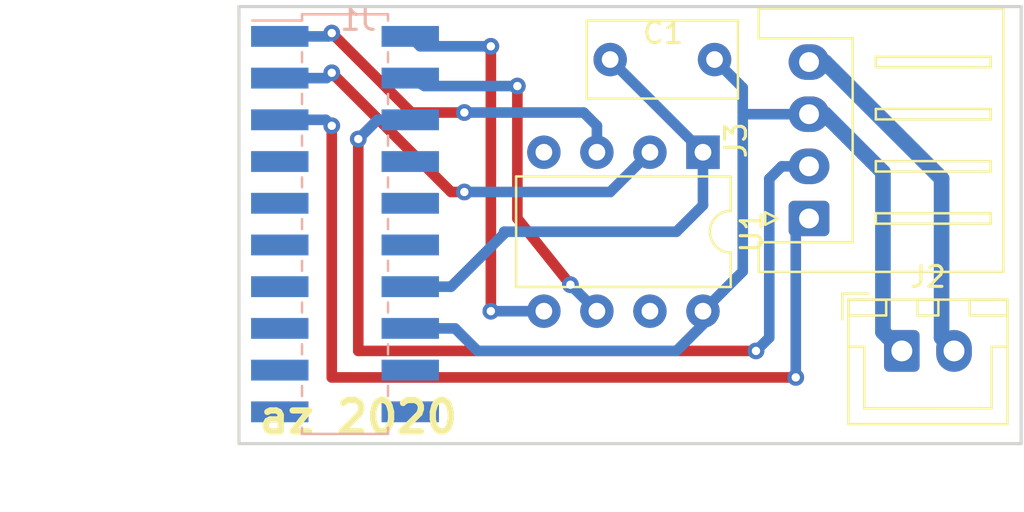
<source format=kicad_pcb>
(kicad_pcb (version 20171130) (host pcbnew 5.0.2+dfsg1-1)

  (general
    (thickness 1.6)
    (drawings 7)
    (tracks 77)
    (zones 0)
    (modules 5)
    (nets 24)
  )

  (page A4)
  (layers
    (0 F.Cu signal)
    (31 B.Cu signal)
    (32 B.Adhes user hide)
    (33 F.Adhes user hide)
    (34 B.Paste user hide)
    (35 F.Paste user hide)
    (36 B.SilkS user)
    (37 F.SilkS user)
    (38 B.Mask user)
    (39 F.Mask user)
    (40 Dwgs.User user)
    (41 Cmts.User user)
    (42 Eco1.User user)
    (43 Eco2.User user)
    (44 Edge.Cuts user)
    (45 Margin user)
    (46 B.CrtYd user)
    (47 F.CrtYd user)
    (48 B.Fab user)
    (49 F.Fab user)
  )

  (setup
    (last_trace_width 0.25)
    (user_trace_width 0.254)
    (user_trace_width 0.508)
    (user_trace_width 0.75)
    (user_trace_width 1)
    (user_trace_width 1.25)
    (user_trace_width 1.5)
    (trace_clearance 0.2)
    (zone_clearance 0.508)
    (zone_45_only no)
    (trace_min 0.2)
    (segment_width 0.2)
    (edge_width 0.15)
    (via_size 0.8)
    (via_drill 0.4)
    (via_min_size 0.4)
    (via_min_drill 0.3)
    (uvia_size 0.3)
    (uvia_drill 0.1)
    (uvias_allowed no)
    (uvia_min_size 0.2)
    (uvia_min_drill 0.1)
    (pcb_text_width 0.3)
    (pcb_text_size 1.5 1.5)
    (mod_edge_width 0.15)
    (mod_text_size 1 1)
    (mod_text_width 0.15)
    (pad_size 1.524 1.524)
    (pad_drill 0.762)
    (pad_to_mask_clearance 0.051)
    (solder_mask_min_width 0.25)
    (aux_axis_origin 0 0)
    (visible_elements FFFFFF7F)
    (pcbplotparams
      (layerselection 0x010f0_ffffffff)
      (usegerberextensions false)
      (usegerberattributes false)
      (usegerberadvancedattributes false)
      (creategerberjobfile false)
      (excludeedgelayer true)
      (linewidth 0.100000)
      (plotframeref false)
      (viasonmask false)
      (mode 1)
      (useauxorigin false)
      (hpglpennumber 1)
      (hpglpenspeed 20)
      (hpglpendiameter 15.000000)
      (psnegative false)
      (psa4output false)
      (plotreference true)
      (plotvalue true)
      (plotinvisibletext false)
      (padsonsilk false)
      (subtractmaskfromsilk false)
      (outputformat 1)
      (mirror false)
      (drillshape 0)
      (scaleselection 1)
      (outputdirectory "./gerber/"))
  )

  (net 0 "")
  (net 1 +3V3)
  (net 2 ss)
  (net 3 miso)
  (net 4 mosi)
  (net 5 ck)
  (net 6 "Net-(U1-Pad7)")
  (net 7 "Net-(U1-Pad4)")
  (net 8 GND)
  (net 9 txd)
  (net 10 rxd)
  (net 11 "Net-(J1-Pad7)")
  (net 12 "Net-(J1-Pad8)")
  (net 13 "Net-(J1-Pad9)")
  (net 14 "Net-(J1-Pad10)")
  (net 15 "Net-(J1-Pad11)")
  (net 16 "Net-(J1-Pad12)")
  (net 17 "Net-(J1-Pad13)")
  (net 18 "Net-(J1-Pad15)")
  (net 19 "Net-(J1-Pad17)")
  (net 20 "Net-(J1-Pad18)")
  (net 21 "Net-(J1-Pad19)")
  (net 22 "Net-(J1-Pad20)")
  (net 23 +5V)

  (net_class Default "This is the default net class."
    (clearance 0.2)
    (trace_width 0.25)
    (via_dia 0.8)
    (via_drill 0.4)
    (uvia_dia 0.3)
    (uvia_drill 0.1)
    (add_net +3V3)
    (add_net +5V)
    (add_net GND)
    (add_net "Net-(J1-Pad10)")
    (add_net "Net-(J1-Pad11)")
    (add_net "Net-(J1-Pad12)")
    (add_net "Net-(J1-Pad13)")
    (add_net "Net-(J1-Pad15)")
    (add_net "Net-(J1-Pad17)")
    (add_net "Net-(J1-Pad18)")
    (add_net "Net-(J1-Pad19)")
    (add_net "Net-(J1-Pad20)")
    (add_net "Net-(J1-Pad7)")
    (add_net "Net-(J1-Pad8)")
    (add_net "Net-(J1-Pad9)")
    (add_net "Net-(U1-Pad4)")
    (add_net "Net-(U1-Pad7)")
    (add_net ck)
    (add_net miso)
    (add_net mosi)
    (add_net rxd)
    (add_net ss)
    (add_net txd)
  )

  (module Connector_JST:JST_XH_S04B-XH-A_1x04_P2.50mm_Horizontal (layer F.Cu) (tedit 5B775209) (tstamp 5F3CCF98)
    (at 151.765 93.98 90)
    (descr "JST XH series connector, S04B-XH-A (http://www.jst-mfg.com/product/pdf/eng/eXH.pdf), generated with kicad-footprint-generator")
    (tags "connector JST XH top entry")
    (path /5F2E5B1D)
    (fp_text reference J3 (at 3.75 -3.5 90) (layer F.SilkS)
      (effects (font (size 1 1) (thickness 0.15)))
    )
    (fp_text value bbb (at 0 3.175 90) (layer F.Fab)
      (effects (font (size 1 1) (thickness 0.15)))
    )
    (fp_line (start -2.95 -2.8) (end -2.95 9.7) (layer F.CrtYd) (width 0.05))
    (fp_line (start -2.95 9.7) (end 10.45 9.7) (layer F.CrtYd) (width 0.05))
    (fp_line (start 10.45 9.7) (end 10.45 -2.8) (layer F.CrtYd) (width 0.05))
    (fp_line (start 10.45 -2.8) (end -2.95 -2.8) (layer F.CrtYd) (width 0.05))
    (fp_line (start 3.75 9.31) (end -2.56 9.31) (layer F.SilkS) (width 0.12))
    (fp_line (start -2.56 9.31) (end -2.56 -2.41) (layer F.SilkS) (width 0.12))
    (fp_line (start -2.56 -2.41) (end -1.14 -2.41) (layer F.SilkS) (width 0.12))
    (fp_line (start -1.14 -2.41) (end -1.14 2.09) (layer F.SilkS) (width 0.12))
    (fp_line (start -1.14 2.09) (end 3.75 2.09) (layer F.SilkS) (width 0.12))
    (fp_line (start 3.75 9.31) (end 10.06 9.31) (layer F.SilkS) (width 0.12))
    (fp_line (start 10.06 9.31) (end 10.06 -2.41) (layer F.SilkS) (width 0.12))
    (fp_line (start 10.06 -2.41) (end 8.64 -2.41) (layer F.SilkS) (width 0.12))
    (fp_line (start 8.64 -2.41) (end 8.64 2.09) (layer F.SilkS) (width 0.12))
    (fp_line (start 8.64 2.09) (end 3.75 2.09) (layer F.SilkS) (width 0.12))
    (fp_line (start 3.75 9.2) (end -2.45 9.2) (layer F.Fab) (width 0.1))
    (fp_line (start -2.45 9.2) (end -2.45 -2.3) (layer F.Fab) (width 0.1))
    (fp_line (start -2.45 -2.3) (end -1.25 -2.3) (layer F.Fab) (width 0.1))
    (fp_line (start -1.25 -2.3) (end -1.25 2.2) (layer F.Fab) (width 0.1))
    (fp_line (start -1.25 2.2) (end 3.75 2.2) (layer F.Fab) (width 0.1))
    (fp_line (start 3.75 9.2) (end 9.95 9.2) (layer F.Fab) (width 0.1))
    (fp_line (start 9.95 9.2) (end 9.95 -2.3) (layer F.Fab) (width 0.1))
    (fp_line (start 9.95 -2.3) (end 8.75 -2.3) (layer F.Fab) (width 0.1))
    (fp_line (start 8.75 -2.3) (end 8.75 2.2) (layer F.Fab) (width 0.1))
    (fp_line (start 8.75 2.2) (end 3.75 2.2) (layer F.Fab) (width 0.1))
    (fp_line (start -0.25 3.2) (end -0.25 8.7) (layer F.SilkS) (width 0.12))
    (fp_line (start -0.25 8.7) (end 0.25 8.7) (layer F.SilkS) (width 0.12))
    (fp_line (start 0.25 8.7) (end 0.25 3.2) (layer F.SilkS) (width 0.12))
    (fp_line (start 0.25 3.2) (end -0.25 3.2) (layer F.SilkS) (width 0.12))
    (fp_line (start 2.25 3.2) (end 2.25 8.7) (layer F.SilkS) (width 0.12))
    (fp_line (start 2.25 8.7) (end 2.75 8.7) (layer F.SilkS) (width 0.12))
    (fp_line (start 2.75 8.7) (end 2.75 3.2) (layer F.SilkS) (width 0.12))
    (fp_line (start 2.75 3.2) (end 2.25 3.2) (layer F.SilkS) (width 0.12))
    (fp_line (start 4.75 3.2) (end 4.75 8.7) (layer F.SilkS) (width 0.12))
    (fp_line (start 4.75 8.7) (end 5.25 8.7) (layer F.SilkS) (width 0.12))
    (fp_line (start 5.25 8.7) (end 5.25 3.2) (layer F.SilkS) (width 0.12))
    (fp_line (start 5.25 3.2) (end 4.75 3.2) (layer F.SilkS) (width 0.12))
    (fp_line (start 7.25 3.2) (end 7.25 8.7) (layer F.SilkS) (width 0.12))
    (fp_line (start 7.25 8.7) (end 7.75 8.7) (layer F.SilkS) (width 0.12))
    (fp_line (start 7.75 8.7) (end 7.75 3.2) (layer F.SilkS) (width 0.12))
    (fp_line (start 7.75 3.2) (end 7.25 3.2) (layer F.SilkS) (width 0.12))
    (fp_line (start 0 -1.5) (end -0.3 -2.1) (layer F.SilkS) (width 0.12))
    (fp_line (start -0.3 -2.1) (end 0.3 -2.1) (layer F.SilkS) (width 0.12))
    (fp_line (start 0.3 -2.1) (end 0 -1.5) (layer F.SilkS) (width 0.12))
    (fp_line (start -0.625 2.2) (end 0 1.2) (layer F.Fab) (width 0.1))
    (fp_line (start 0 1.2) (end 0.625 2.2) (layer F.Fab) (width 0.1))
    (fp_text user %R (at 3.75 3.45 90) (layer F.Fab)
      (effects (font (size 1 1) (thickness 0.15)))
    )
    (pad 1 thru_hole roundrect (at 0 0 90) (size 1.7 1.95) (drill 0.95) (layers *.Cu *.Mask) (roundrect_rratio 0.147059)
      (net 9 txd))
    (pad 2 thru_hole oval (at 2.5 0 90) (size 1.7 1.95) (drill 0.95) (layers *.Cu *.Mask)
      (net 10 rxd))
    (pad 3 thru_hole oval (at 5 0 90) (size 1.7 1.95) (drill 0.95) (layers *.Cu *.Mask)
      (net 8 GND))
    (pad 4 thru_hole oval (at 7.5 0 90) (size 1.7 1.95) (drill 0.95) (layers *.Cu *.Mask)
      (net 23 +5V))
    (model ${KISYS3DMOD}/Connector_JST.3dshapes/JST_XH_S04B-XH-A_1x04_P2.50mm_Horizontal.wrl
      (at (xyz 0 0 0))
      (scale (xyz 1 1 1))
      (rotate (xyz 0 0 0))
    )
  )

  (module Connector_JST:JST_XH_B02B-XH-A_1x02_P2.50mm_Vertical (layer F.Cu) (tedit 5B7754C5) (tstamp 5F3CD7CB)
    (at 156.21 100.33)
    (descr "JST XH series connector, B02B-XH-A (http://www.jst-mfg.com/product/pdf/eng/eXH.pdf), generated with kicad-footprint-generator")
    (tags "connector JST XH side entry")
    (path /5F2E5989)
    (fp_text reference J2 (at 1.25 -3.55) (layer F.SilkS)
      (effects (font (size 1 1) (thickness 0.15)))
    )
    (fp_text value powervantage (at -0.635 3.175) (layer F.Fab)
      (effects (font (size 1 1) (thickness 0.15)))
    )
    (fp_line (start -2.45 -2.35) (end -2.45 3.4) (layer F.Fab) (width 0.1))
    (fp_line (start -2.45 3.4) (end 4.95 3.4) (layer F.Fab) (width 0.1))
    (fp_line (start 4.95 3.4) (end 4.95 -2.35) (layer F.Fab) (width 0.1))
    (fp_line (start 4.95 -2.35) (end -2.45 -2.35) (layer F.Fab) (width 0.1))
    (fp_line (start -2.56 -2.46) (end -2.56 3.51) (layer F.SilkS) (width 0.12))
    (fp_line (start -2.56 3.51) (end 5.06 3.51) (layer F.SilkS) (width 0.12))
    (fp_line (start 5.06 3.51) (end 5.06 -2.46) (layer F.SilkS) (width 0.12))
    (fp_line (start 5.06 -2.46) (end -2.56 -2.46) (layer F.SilkS) (width 0.12))
    (fp_line (start -2.95 -2.85) (end -2.95 3.9) (layer F.CrtYd) (width 0.05))
    (fp_line (start -2.95 3.9) (end 5.45 3.9) (layer F.CrtYd) (width 0.05))
    (fp_line (start 5.45 3.9) (end 5.45 -2.85) (layer F.CrtYd) (width 0.05))
    (fp_line (start 5.45 -2.85) (end -2.95 -2.85) (layer F.CrtYd) (width 0.05))
    (fp_line (start -0.625 -2.35) (end 0 -1.35) (layer F.Fab) (width 0.1))
    (fp_line (start 0 -1.35) (end 0.625 -2.35) (layer F.Fab) (width 0.1))
    (fp_line (start 0.75 -2.45) (end 0.75 -1.7) (layer F.SilkS) (width 0.12))
    (fp_line (start 0.75 -1.7) (end 1.75 -1.7) (layer F.SilkS) (width 0.12))
    (fp_line (start 1.75 -1.7) (end 1.75 -2.45) (layer F.SilkS) (width 0.12))
    (fp_line (start 1.75 -2.45) (end 0.75 -2.45) (layer F.SilkS) (width 0.12))
    (fp_line (start -2.55 -2.45) (end -2.55 -1.7) (layer F.SilkS) (width 0.12))
    (fp_line (start -2.55 -1.7) (end -0.75 -1.7) (layer F.SilkS) (width 0.12))
    (fp_line (start -0.75 -1.7) (end -0.75 -2.45) (layer F.SilkS) (width 0.12))
    (fp_line (start -0.75 -2.45) (end -2.55 -2.45) (layer F.SilkS) (width 0.12))
    (fp_line (start 3.25 -2.45) (end 3.25 -1.7) (layer F.SilkS) (width 0.12))
    (fp_line (start 3.25 -1.7) (end 5.05 -1.7) (layer F.SilkS) (width 0.12))
    (fp_line (start 5.05 -1.7) (end 5.05 -2.45) (layer F.SilkS) (width 0.12))
    (fp_line (start 5.05 -2.45) (end 3.25 -2.45) (layer F.SilkS) (width 0.12))
    (fp_line (start -2.55 -0.2) (end -1.8 -0.2) (layer F.SilkS) (width 0.12))
    (fp_line (start -1.8 -0.2) (end -1.8 2.75) (layer F.SilkS) (width 0.12))
    (fp_line (start -1.8 2.75) (end 1.25 2.75) (layer F.SilkS) (width 0.12))
    (fp_line (start 5.05 -0.2) (end 4.3 -0.2) (layer F.SilkS) (width 0.12))
    (fp_line (start 4.3 -0.2) (end 4.3 2.75) (layer F.SilkS) (width 0.12))
    (fp_line (start 4.3 2.75) (end 1.25 2.75) (layer F.SilkS) (width 0.12))
    (fp_line (start -1.6 -2.75) (end -2.85 -2.75) (layer F.SilkS) (width 0.12))
    (fp_line (start -2.85 -2.75) (end -2.85 -1.5) (layer F.SilkS) (width 0.12))
    (fp_text user %R (at 1.27 1.905) (layer F.Fab)
      (effects (font (size 1 1) (thickness 0.15)))
    )
    (pad 1 thru_hole roundrect (at 0 0) (size 1.7 2) (drill 1) (layers *.Cu *.Mask) (roundrect_rratio 0.147059)
      (net 8 GND))
    (pad 2 thru_hole oval (at 2.5 0) (size 1.7 2) (drill 1) (layers *.Cu *.Mask)
      (net 23 +5V))
    (model ${KISYS3DMOD}/Connector_JST.3dshapes/JST_XH_B02B-XH-A_1x02_P2.50mm_Vertical.wrl
      (at (xyz 0 0 0))
      (scale (xyz 1 1 1))
      (rotate (xyz 0 0 0))
    )
  )

  (module Package_DIP:DIP-8_W7.62mm (layer F.Cu) (tedit 5A02E8C5) (tstamp 5F3CDA29)
    (at 146.685 90.805 270)
    (descr "8-lead though-hole mounted DIP package, row spacing 7.62 mm (300 mils)")
    (tags "THT DIP DIL PDIP 2.54mm 7.62mm 300mil")
    (path /5F2E6B45)
    (fp_text reference U1 (at 3.81 -2.33 270) (layer F.SilkS)
      (effects (font (size 1 1) (thickness 0.15)))
    )
    (fp_text value pic16f18313 (at 3.81 9.95 270) (layer F.Fab)
      (effects (font (size 1 1) (thickness 0.15)))
    )
    (fp_arc (start 3.81 -1.33) (end 2.81 -1.33) (angle -180) (layer F.SilkS) (width 0.12))
    (fp_line (start 1.635 -1.27) (end 6.985 -1.27) (layer F.Fab) (width 0.1))
    (fp_line (start 6.985 -1.27) (end 6.985 8.89) (layer F.Fab) (width 0.1))
    (fp_line (start 6.985 8.89) (end 0.635 8.89) (layer F.Fab) (width 0.1))
    (fp_line (start 0.635 8.89) (end 0.635 -0.27) (layer F.Fab) (width 0.1))
    (fp_line (start 0.635 -0.27) (end 1.635 -1.27) (layer F.Fab) (width 0.1))
    (fp_line (start 2.81 -1.33) (end 1.16 -1.33) (layer F.SilkS) (width 0.12))
    (fp_line (start 1.16 -1.33) (end 1.16 8.95) (layer F.SilkS) (width 0.12))
    (fp_line (start 1.16 8.95) (end 6.46 8.95) (layer F.SilkS) (width 0.12))
    (fp_line (start 6.46 8.95) (end 6.46 -1.33) (layer F.SilkS) (width 0.12))
    (fp_line (start 6.46 -1.33) (end 4.81 -1.33) (layer F.SilkS) (width 0.12))
    (fp_line (start -1.1 -1.55) (end -1.1 9.15) (layer F.CrtYd) (width 0.05))
    (fp_line (start -1.1 9.15) (end 8.7 9.15) (layer F.CrtYd) (width 0.05))
    (fp_line (start 8.7 9.15) (end 8.7 -1.55) (layer F.CrtYd) (width 0.05))
    (fp_line (start 8.7 -1.55) (end -1.1 -1.55) (layer F.CrtYd) (width 0.05))
    (fp_text user %R (at 3.81 3.81 270) (layer F.Fab)
      (effects (font (size 1 1) (thickness 0.15)))
    )
    (pad 1 thru_hole rect (at 0 0 270) (size 1.6 1.6) (drill 0.8) (layers *.Cu *.Mask)
      (net 1 +3V3))
    (pad 5 thru_hole oval (at 7.62 7.62 270) (size 1.6 1.6) (drill 0.8) (layers *.Cu *.Mask)
      (net 2 ss))
    (pad 2 thru_hole oval (at 0 2.54 270) (size 1.6 1.6) (drill 0.8) (layers *.Cu *.Mask)
      (net 3 miso))
    (pad 6 thru_hole oval (at 7.62 5.08 270) (size 1.6 1.6) (drill 0.8) (layers *.Cu *.Mask)
      (net 4 mosi))
    (pad 3 thru_hole oval (at 0 5.08 270) (size 1.6 1.6) (drill 0.8) (layers *.Cu *.Mask)
      (net 5 ck))
    (pad 7 thru_hole oval (at 7.62 2.54 270) (size 1.6 1.6) (drill 0.8) (layers *.Cu *.Mask)
      (net 6 "Net-(U1-Pad7)"))
    (pad 4 thru_hole oval (at 0 7.62 270) (size 1.6 1.6) (drill 0.8) (layers *.Cu *.Mask)
      (net 7 "Net-(U1-Pad4)"))
    (pad 8 thru_hole oval (at 7.62 0 270) (size 1.6 1.6) (drill 0.8) (layers *.Cu *.Mask)
      (net 8 GND))
    (model ${KISYS3DMOD}/Package_DIP.3dshapes/DIP-8_W7.62mm.wrl
      (at (xyz 0 0 0))
      (scale (xyz 1 1 1))
      (rotate (xyz 0 0 0))
    )
  )

  (module Connector_PinSocket_2.00mm:PinSocket_2x10_P2.00mm_Vertical_SMD (layer B.Cu) (tedit 5A19A421) (tstamp 5F3CAE33)
    (at 129.54 94.25 180)
    (descr "surface-mounted straight socket strip, 2x10, 2.00mm pitch, double cols (from Kicad 4.0.7), script generated")
    (tags "Surface mounted socket strip SMD 2x10 2.00mm double row")
    (path /5F2E679A)
    (attr smd)
    (fp_text reference J1 (at -0.635 9.795 180) (layer B.SilkS)
      (effects (font (size 1 1) (thickness 0.15)) (justify mirror))
    )
    (fp_text value vantage (at 0 -9.89 180) (layer B.Fab)
      (effects (font (size 1 1) (thickness 0.15)) (justify mirror))
    )
    (fp_line (start -2.06 10.06) (end 2.06 10.06) (layer B.SilkS) (width 0.12))
    (fp_line (start 2.06 10.06) (end 2.06 9.76) (layer B.SilkS) (width 0.12))
    (fp_line (start 2.06 8.24) (end 2.06 7.76) (layer B.SilkS) (width 0.12))
    (fp_line (start 2.06 6.24) (end 2.06 5.76) (layer B.SilkS) (width 0.12))
    (fp_line (start 2.06 4.24) (end 2.06 3.76) (layer B.SilkS) (width 0.12))
    (fp_line (start 2.06 2.24) (end 2.06 1.76) (layer B.SilkS) (width 0.12))
    (fp_line (start 2.06 0.24) (end 2.06 -0.24) (layer B.SilkS) (width 0.12))
    (fp_line (start 2.06 -1.76) (end 2.06 -2.24) (layer B.SilkS) (width 0.12))
    (fp_line (start 2.06 -3.76) (end 2.06 -4.24) (layer B.SilkS) (width 0.12))
    (fp_line (start 2.06 -5.76) (end 2.06 -6.24) (layer B.SilkS) (width 0.12))
    (fp_line (start 2.06 -7.76) (end 2.06 -8.24) (layer B.SilkS) (width 0.12))
    (fp_line (start 2.06 -9.76) (end 2.06 -10.06) (layer B.SilkS) (width 0.12))
    (fp_line (start -2.06 -10.06) (end 2.06 -10.06) (layer B.SilkS) (width 0.12))
    (fp_line (start -2.06 10.06) (end -2.06 9.76) (layer B.SilkS) (width 0.12))
    (fp_line (start -2.06 8.24) (end -2.06 7.76) (layer B.SilkS) (width 0.12))
    (fp_line (start -2.06 6.24) (end -2.06 5.76) (layer B.SilkS) (width 0.12))
    (fp_line (start -2.06 4.24) (end -2.06 3.76) (layer B.SilkS) (width 0.12))
    (fp_line (start -2.06 2.24) (end -2.06 1.76) (layer B.SilkS) (width 0.12))
    (fp_line (start -2.06 0.24) (end -2.06 -0.24) (layer B.SilkS) (width 0.12))
    (fp_line (start -2.06 -1.76) (end -2.06 -2.24) (layer B.SilkS) (width 0.12))
    (fp_line (start -2.06 -3.76) (end -2.06 -4.24) (layer B.SilkS) (width 0.12))
    (fp_line (start -2.06 -5.76) (end -2.06 -6.24) (layer B.SilkS) (width 0.12))
    (fp_line (start -2.06 -7.76) (end -2.06 -8.24) (layer B.SilkS) (width 0.12))
    (fp_line (start -2.06 -9.76) (end -2.06 -10.06) (layer B.SilkS) (width 0.12))
    (fp_line (start 2.06 9.76) (end 4.44 9.76) (layer B.SilkS) (width 0.12))
    (fp_line (start -2 10) (end 1 10) (layer B.Fab) (width 0.1))
    (fp_line (start 1 10) (end 2 9) (layer B.Fab) (width 0.1))
    (fp_line (start 2 9) (end 2 -10) (layer B.Fab) (width 0.1))
    (fp_line (start 2 -10) (end -2 -10) (layer B.Fab) (width 0.1))
    (fp_line (start -2 -10) (end -2 10) (layer B.Fab) (width 0.1))
    (fp_line (start -3 9.25) (end -2 9.25) (layer B.Fab) (width 0.1))
    (fp_line (start -2 8.75) (end -3 8.75) (layer B.Fab) (width 0.1))
    (fp_line (start -3 8.75) (end -3 9.25) (layer B.Fab) (width 0.1))
    (fp_line (start 2 9.25) (end 3 9.25) (layer B.Fab) (width 0.1))
    (fp_line (start 3 9.25) (end 3 8.75) (layer B.Fab) (width 0.1))
    (fp_line (start 3 8.75) (end 2 8.75) (layer B.Fab) (width 0.1))
    (fp_line (start -3 7.25) (end -2 7.25) (layer B.Fab) (width 0.1))
    (fp_line (start -2 6.75) (end -3 6.75) (layer B.Fab) (width 0.1))
    (fp_line (start -3 6.75) (end -3 7.25) (layer B.Fab) (width 0.1))
    (fp_line (start 2 7.25) (end 3 7.25) (layer B.Fab) (width 0.1))
    (fp_line (start 3 7.25) (end 3 6.75) (layer B.Fab) (width 0.1))
    (fp_line (start 3 6.75) (end 2 6.75) (layer B.Fab) (width 0.1))
    (fp_line (start -3 5.25) (end -2 5.25) (layer B.Fab) (width 0.1))
    (fp_line (start -2 4.75) (end -3 4.75) (layer B.Fab) (width 0.1))
    (fp_line (start -3 4.75) (end -3 5.25) (layer B.Fab) (width 0.1))
    (fp_line (start 2 5.25) (end 3 5.25) (layer B.Fab) (width 0.1))
    (fp_line (start 3 5.25) (end 3 4.75) (layer B.Fab) (width 0.1))
    (fp_line (start 3 4.75) (end 2 4.75) (layer B.Fab) (width 0.1))
    (fp_line (start -3 3.25) (end -2 3.25) (layer B.Fab) (width 0.1))
    (fp_line (start -2 2.75) (end -3 2.75) (layer B.Fab) (width 0.1))
    (fp_line (start -3 2.75) (end -3 3.25) (layer B.Fab) (width 0.1))
    (fp_line (start 2 3.25) (end 3 3.25) (layer B.Fab) (width 0.1))
    (fp_line (start 3 3.25) (end 3 2.75) (layer B.Fab) (width 0.1))
    (fp_line (start 3 2.75) (end 2 2.75) (layer B.Fab) (width 0.1))
    (fp_line (start -3 1.25) (end -2 1.25) (layer B.Fab) (width 0.1))
    (fp_line (start -2 0.75) (end -3 0.75) (layer B.Fab) (width 0.1))
    (fp_line (start -3 0.75) (end -3 1.25) (layer B.Fab) (width 0.1))
    (fp_line (start 2 1.25) (end 3 1.25) (layer B.Fab) (width 0.1))
    (fp_line (start 3 1.25) (end 3 0.75) (layer B.Fab) (width 0.1))
    (fp_line (start 3 0.75) (end 2 0.75) (layer B.Fab) (width 0.1))
    (fp_line (start -3 -0.75) (end -2 -0.75) (layer B.Fab) (width 0.1))
    (fp_line (start -2 -1.25) (end -3 -1.25) (layer B.Fab) (width 0.1))
    (fp_line (start -3 -1.25) (end -3 -0.75) (layer B.Fab) (width 0.1))
    (fp_line (start 2 -0.75) (end 3 -0.75) (layer B.Fab) (width 0.1))
    (fp_line (start 3 -0.75) (end 3 -1.25) (layer B.Fab) (width 0.1))
    (fp_line (start 3 -1.25) (end 2 -1.25) (layer B.Fab) (width 0.1))
    (fp_line (start -3 -2.75) (end -2 -2.75) (layer B.Fab) (width 0.1))
    (fp_line (start -2 -3.25) (end -3 -3.25) (layer B.Fab) (width 0.1))
    (fp_line (start -3 -3.25) (end -3 -2.75) (layer B.Fab) (width 0.1))
    (fp_line (start 2 -2.75) (end 3 -2.75) (layer B.Fab) (width 0.1))
    (fp_line (start 3 -2.75) (end 3 -3.25) (layer B.Fab) (width 0.1))
    (fp_line (start 3 -3.25) (end 2 -3.25) (layer B.Fab) (width 0.1))
    (fp_line (start -3 -4.75) (end -2 -4.75) (layer B.Fab) (width 0.1))
    (fp_line (start -2 -5.25) (end -3 -5.25) (layer B.Fab) (width 0.1))
    (fp_line (start -3 -5.25) (end -3 -4.75) (layer B.Fab) (width 0.1))
    (fp_line (start 2 -4.75) (end 3 -4.75) (layer B.Fab) (width 0.1))
    (fp_line (start 3 -4.75) (end 3 -5.25) (layer B.Fab) (width 0.1))
    (fp_line (start 3 -5.25) (end 2 -5.25) (layer B.Fab) (width 0.1))
    (fp_line (start -3 -6.75) (end -2 -6.75) (layer B.Fab) (width 0.1))
    (fp_line (start -2 -7.25) (end -3 -7.25) (layer B.Fab) (width 0.1))
    (fp_line (start -3 -7.25) (end -3 -6.75) (layer B.Fab) (width 0.1))
    (fp_line (start 2 -6.75) (end 3 -6.75) (layer B.Fab) (width 0.1))
    (fp_line (start 3 -6.75) (end 3 -7.25) (layer B.Fab) (width 0.1))
    (fp_line (start 3 -7.25) (end 2 -7.25) (layer B.Fab) (width 0.1))
    (fp_line (start -3 -8.75) (end -2 -8.75) (layer B.Fab) (width 0.1))
    (fp_line (start -2 -9.25) (end -3 -9.25) (layer B.Fab) (width 0.1))
    (fp_line (start -3 -9.25) (end -3 -8.75) (layer B.Fab) (width 0.1))
    (fp_line (start 2 -8.75) (end 3 -8.75) (layer B.Fab) (width 0.1))
    (fp_line (start 3 -8.75) (end 3 -9.25) (layer B.Fab) (width 0.1))
    (fp_line (start 3 -9.25) (end 2 -9.25) (layer B.Fab) (width 0.1))
    (fp_line (start -5 10.5) (end 5 10.5) (layer B.CrtYd) (width 0.05))
    (fp_line (start 5 10.5) (end 5 -10.5) (layer B.CrtYd) (width 0.05))
    (fp_line (start 5 -10.5) (end -5 -10.5) (layer B.CrtYd) (width 0.05))
    (fp_line (start -5 -10.5) (end -5 10.5) (layer B.CrtYd) (width 0.05))
    (fp_text user %R (at 0 0 90) (layer B.Fab)
      (effects (font (size 1 1) (thickness 0.15)) (justify mirror))
    )
    (pad 1 smd rect (at 3.125 9 180) (size 2.75 1) (layers B.Cu B.Paste B.Mask)
      (net 5 ck))
    (pad 2 smd rect (at -3.125 9 180) (size 2.75 1) (layers B.Cu B.Paste B.Mask)
      (net 2 ss))
    (pad 3 smd rect (at 3.125 7 180) (size 2.75 1) (layers B.Cu B.Paste B.Mask)
      (net 3 miso))
    (pad 4 smd rect (at -3.125 7 180) (size 2.75 1) (layers B.Cu B.Paste B.Mask)
      (net 4 mosi))
    (pad 5 smd rect (at 3.125 5 180) (size 2.75 1) (layers B.Cu B.Paste B.Mask)
      (net 9 txd))
    (pad 6 smd rect (at -3.125 5 180) (size 2.75 1) (layers B.Cu B.Paste B.Mask)
      (net 10 rxd))
    (pad 7 smd rect (at 3.125 3 180) (size 2.75 1) (layers B.Cu B.Paste B.Mask)
      (net 11 "Net-(J1-Pad7)"))
    (pad 8 smd rect (at -3.125 3 180) (size 2.75 1) (layers B.Cu B.Paste B.Mask)
      (net 12 "Net-(J1-Pad8)"))
    (pad 9 smd rect (at 3.125 1 180) (size 2.75 1) (layers B.Cu B.Paste B.Mask)
      (net 13 "Net-(J1-Pad9)"))
    (pad 10 smd rect (at -3.125 1 180) (size 2.75 1) (layers B.Cu B.Paste B.Mask)
      (net 14 "Net-(J1-Pad10)"))
    (pad 11 smd rect (at 3.125 -1 180) (size 2.75 1) (layers B.Cu B.Paste B.Mask)
      (net 15 "Net-(J1-Pad11)"))
    (pad 12 smd rect (at -3.125 -1 180) (size 2.75 1) (layers B.Cu B.Paste B.Mask)
      (net 16 "Net-(J1-Pad12)"))
    (pad 13 smd rect (at 3.125 -3 180) (size 2.75 1) (layers B.Cu B.Paste B.Mask)
      (net 17 "Net-(J1-Pad13)"))
    (pad 14 smd rect (at -3.125 -3 180) (size 2.75 1) (layers B.Cu B.Paste B.Mask)
      (net 1 +3V3))
    (pad 15 smd rect (at 3.125 -5 180) (size 2.75 1) (layers B.Cu B.Paste B.Mask)
      (net 18 "Net-(J1-Pad15)"))
    (pad 16 smd rect (at -3.125 -5 180) (size 2.75 1) (layers B.Cu B.Paste B.Mask)
      (net 8 GND))
    (pad 17 smd rect (at 3.125 -7 180) (size 2.75 1) (layers B.Cu B.Paste B.Mask)
      (net 19 "Net-(J1-Pad17)"))
    (pad 18 smd rect (at -3.125 -7 180) (size 2.75 1) (layers B.Cu B.Paste B.Mask)
      (net 20 "Net-(J1-Pad18)"))
    (pad 19 smd rect (at 3.125 -9 180) (size 2.75 1) (layers B.Cu B.Paste B.Mask)
      (net 21 "Net-(J1-Pad19)"))
    (pad 20 smd rect (at -3.125 -9 180) (size 2.75 1) (layers B.Cu B.Paste B.Mask)
      (net 22 "Net-(J1-Pad20)"))
    (model ${KISYS3DMOD}/Connector_PinSocket_2.00mm.3dshapes/PinSocket_2x10_P2.00mm_Vertical_SMD.wrl
      (at (xyz 0 0 0))
      (scale (xyz 1 1 1))
      (rotate (xyz 0 0 0))
    )
  )

  (module Capacitor_THT:C_Rect_L7.0mm_W3.5mm_P5.00mm (layer F.Cu) (tedit 5AE50EF0) (tstamp 5F3CD132)
    (at 142.24 86.36)
    (descr "C, Rect series, Radial, pin pitch=5.00mm, , length*width=7*3.5mm^2, Capacitor")
    (tags "C Rect series Radial pin pitch 5.00mm  length 7mm width 3.5mm Capacitor")
    (path /5F2E57C1)
    (fp_text reference C1 (at 2.54 -1.27) (layer F.SilkS)
      (effects (font (size 1 1) (thickness 0.15)))
    )
    (fp_text value 0.1µF (at 2.5 3) (layer F.Fab)
      (effects (font (size 1 1) (thickness 0.15)))
    )
    (fp_line (start -1 -1.75) (end -1 1.75) (layer F.Fab) (width 0.1))
    (fp_line (start -1 1.75) (end 6 1.75) (layer F.Fab) (width 0.1))
    (fp_line (start 6 1.75) (end 6 -1.75) (layer F.Fab) (width 0.1))
    (fp_line (start 6 -1.75) (end -1 -1.75) (layer F.Fab) (width 0.1))
    (fp_line (start -1.12 -1.87) (end 6.12 -1.87) (layer F.SilkS) (width 0.12))
    (fp_line (start -1.12 1.87) (end 6.12 1.87) (layer F.SilkS) (width 0.12))
    (fp_line (start -1.12 -1.87) (end -1.12 1.87) (layer F.SilkS) (width 0.12))
    (fp_line (start 6.12 -1.87) (end 6.12 1.87) (layer F.SilkS) (width 0.12))
    (fp_line (start -1.25 -2) (end -1.25 2) (layer F.CrtYd) (width 0.05))
    (fp_line (start -1.25 2) (end 6.25 2) (layer F.CrtYd) (width 0.05))
    (fp_line (start 6.25 2) (end 6.25 -2) (layer F.CrtYd) (width 0.05))
    (fp_line (start 6.25 -2) (end -1.25 -2) (layer F.CrtYd) (width 0.05))
    (fp_text user %R (at 1.27 0) (layer F.Fab)
      (effects (font (size 1 1) (thickness 0.15)))
    )
    (pad 1 thru_hole circle (at 0 0) (size 1.6 1.6) (drill 0.8) (layers *.Cu *.Mask)
      (net 1 +3V3))
    (pad 2 thru_hole circle (at 5 0) (size 1.6 1.6) (drill 0.8) (layers *.Cu *.Mask)
      (net 8 GND))
    (model ${KISYS3DMOD}/Capacitor_THT.3dshapes/C_Rect_L7.0mm_W3.5mm_P5.00mm.wrl
      (at (xyz 0 0 0))
      (scale (xyz 1 1 1))
      (rotate (xyz 0 0 0))
    )
  )

  (gr_text "az 2020" (at 130.175 103.505) (layer F.SilkS)
    (effects (font (size 1.5 1.5) (thickness 0.3)))
  )
  (dimension 37.465 (width 0.3) (layer Dwgs.User)
    (gr_text "37.465 mm" (at 143.1925 109.415) (layer Dwgs.User)
      (effects (font (size 1.5 1.5) (thickness 0.3)))
    )
    (feature1 (pts (xy 161.925 106.68) (xy 161.925 107.901421)))
    (feature2 (pts (xy 124.46 106.68) (xy 124.46 107.901421)))
    (crossbar (pts (xy 124.46 107.315) (xy 161.925 107.315)))
    (arrow1a (pts (xy 161.925 107.315) (xy 160.798496 107.901421)))
    (arrow1b (pts (xy 161.925 107.315) (xy 160.798496 106.728579)))
    (arrow2a (pts (xy 124.46 107.315) (xy 125.586504 107.901421)))
    (arrow2b (pts (xy 124.46 107.315) (xy 125.586504 106.728579)))
  )
  (dimension 20.955 (width 0.3) (layer Dwgs.User)
    (gr_text "20.955 mm" (at 118.55 94.2975 90) (layer Dwgs.User)
      (effects (font (size 1.5 1.5) (thickness 0.3)))
    )
    (feature1 (pts (xy 121.92 83.82) (xy 120.063579 83.82)))
    (feature2 (pts (xy 121.92 104.775) (xy 120.063579 104.775)))
    (crossbar (pts (xy 120.65 104.775) (xy 120.65 83.82)))
    (arrow1a (pts (xy 120.65 83.82) (xy 121.236421 84.946504)))
    (arrow1b (pts (xy 120.65 83.82) (xy 120.063579 84.946504)))
    (arrow2a (pts (xy 120.65 104.775) (xy 121.236421 103.648496)))
    (arrow2b (pts (xy 120.65 104.775) (xy 120.063579 103.648496)))
  )
  (gr_line (start 124.46 83.82) (end 161.925 83.82) (layer Edge.Cuts) (width 0.15))
  (gr_line (start 124.46 104.775) (end 124.46 83.82) (layer Edge.Cuts) (width 0.15))
  (gr_line (start 161.925 104.775) (end 124.46 104.775) (layer Edge.Cuts) (width 0.15))
  (gr_line (start 161.925 83.82) (end 161.925 104.775) (layer Edge.Cuts) (width 0.15))

  (segment (start 146.685 93.345) (end 145.415 94.615) (width 0.508) (layer B.Cu) (net 1))
  (segment (start 146.685 90.805) (end 146.685 93.345) (width 0.508) (layer B.Cu) (net 1))
  (segment (start 134.62 97.25) (end 132.665 97.25) (width 0.508) (layer B.Cu) (net 1))
  (segment (start 145.415 94.615) (end 137.16 94.615) (width 0.508) (layer B.Cu) (net 1))
  (segment (start 137.16 94.71) (end 134.62 97.25) (width 0.508) (layer B.Cu) (net 1))
  (segment (start 137.16 94.615) (end 137.16 94.71) (width 0.508) (layer B.Cu) (net 1))
  (segment (start 143.51 87.63) (end 146.685 90.805) (width 0.508) (layer B.Cu) (net 1))
  (segment (start 142.24 86.36) (end 143.51 87.63) (width 0.508) (layer B.Cu) (net 1))
  (segment (start 133.14 85.725) (end 132.665 85.25) (width 0.508) (layer B.Cu) (net 2))
  (via (at 136.525 85.725) (size 0.8) (drill 0.4) (layers F.Cu B.Cu) (net 2))
  (segment (start 136.525 85.725) (end 133.14 85.725) (width 0.508) (layer B.Cu) (net 2))
  (segment (start 136.525 98.425) (end 136.525 85.725) (width 0.508) (layer F.Cu) (net 2))
  (via (at 136.525 98.425) (size 0.8) (drill 0.4) (layers F.Cu B.Cu) (net 2))
  (segment (start 139.065 98.425) (end 136.525 98.425) (width 0.508) (layer B.Cu) (net 2))
  (via (at 128.905 86.995) (size 0.8) (drill 0.4) (layers F.Cu B.Cu) (net 3))
  (segment (start 128.65 87.25) (end 128.905 86.995) (width 0.508) (layer B.Cu) (net 3))
  (segment (start 126.415 87.25) (end 128.65 87.25) (width 0.508) (layer B.Cu) (net 3))
  (segment (start 131.51801 89.60801) (end 128.905 86.995) (width 0.508) (layer F.Cu) (net 3))
  (via (at 135.255 92.71) (size 0.8) (drill 0.4) (layers F.Cu B.Cu) (net 3))
  (segment (start 134.62 92.71) (end 131.51801 89.60801) (width 0.508) (layer F.Cu) (net 3))
  (segment (start 135.255 92.71) (end 134.62 92.71) (width 0.508) (layer F.Cu) (net 3))
  (segment (start 142.24 92.71) (end 135.255 92.71) (width 0.508) (layer B.Cu) (net 3))
  (segment (start 144.145 90.805) (end 142.24 92.71) (width 0.508) (layer B.Cu) (net 3))
  (segment (start 141.605 98.425) (end 140.335 97.155) (width 0.508) (layer B.Cu) (net 4))
  (via (at 140.335 97.155) (size 0.8) (drill 0.4) (layers F.Cu B.Cu) (net 4))
  (segment (start 137.795 93.98) (end 140.335 97.155) (width 0.508) (layer F.Cu) (net 4))
  (segment (start 137.795 87.63) (end 137.795 93.98) (width 0.508) (layer F.Cu) (net 4))
  (segment (start 133.35 87.63) (end 132.665 87.25) (width 0.508) (layer B.Cu) (net 4))
  (via (at 137.795 87.63) (size 0.8) (drill 0.4) (layers F.Cu B.Cu) (net 4))
  (segment (start 137.795 87.63) (end 133.35 87.63) (width 0.508) (layer B.Cu) (net 4))
  (segment (start 128.745 85.25) (end 128.905 85.09) (width 0.508) (layer B.Cu) (net 5))
  (via (at 128.905 85.09) (size 0.8) (drill 0.4) (layers F.Cu B.Cu) (net 5))
  (segment (start 126.415 85.25) (end 128.745 85.25) (width 0.508) (layer B.Cu) (net 5))
  (segment (start 132.715 88.9) (end 128.905 85.09) (width 0.508) (layer F.Cu) (net 5))
  (via (at 135.255 88.9) (size 0.8) (drill 0.4) (layers F.Cu B.Cu) (net 5))
  (segment (start 135.255 88.9) (end 132.715 88.9) (width 0.508) (layer F.Cu) (net 5))
  (segment (start 141.605 90.805) (end 141.605 89.535) (width 0.508) (layer B.Cu) (net 5))
  (segment (start 141.605 89.535) (end 140.97 88.9) (width 0.508) (layer B.Cu) (net 5))
  (segment (start 135.255 88.9) (end 140.97 88.9) (width 0.508) (layer B.Cu) (net 5))
  (segment (start 132.665 99.25) (end 134.81 99.25) (width 0.508) (layer B.Cu) (net 8))
  (segment (start 134.81 99.25) (end 135.89 100.33) (width 0.508) (layer B.Cu) (net 8))
  (segment (start 145.415 100.33) (end 146.685 99.06) (width 0.508) (layer B.Cu) (net 8))
  (segment (start 135.89 100.33) (end 145.415 100.33) (width 0.508) (layer B.Cu) (net 8))
  (segment (start 146.685 99.06) (end 146.685 98.425) (width 0.508) (layer B.Cu) (net 8))
  (segment (start 146.685 98.425) (end 148.59 96.52) (width 0.508) (layer B.Cu) (net 8))
  (segment (start 148.59 87.71) (end 147.24 86.36) (width 0.508) (layer B.Cu) (net 8))
  (segment (start 148.67 88.98) (end 152.4 88.98) (width 0.508) (layer B.Cu) (net 8))
  (segment (start 148.59 88.9) (end 148.67 88.98) (width 0.508) (layer B.Cu) (net 8))
  (segment (start 148.59 88.9) (end 148.59 87.71) (width 0.508) (layer B.Cu) (net 8))
  (segment (start 148.59 96.52) (end 148.59 88.9) (width 0.508) (layer B.Cu) (net 8))
  (segment (start 152.525 88.98) (end 152.4 88.98) (width 0.75) (layer B.Cu) (net 8))
  (segment (start 155.304447 99.424447) (end 155.304447 91.759447) (width 0.75) (layer B.Cu) (net 8))
  (segment (start 155.304447 91.759447) (end 152.525 88.98) (width 0.75) (layer B.Cu) (net 8))
  (segment (start 156.21 100.33) (end 155.304447 99.424447) (width 0.75) (layer B.Cu) (net 8))
  (via (at 128.905 89.535) (size 0.8) (drill 0.4) (layers F.Cu B.Cu) (net 9))
  (segment (start 126.415 89.25) (end 128.62 89.25) (width 0.508) (layer B.Cu) (net 9))
  (segment (start 128.62 89.25) (end 128.905 89.535) (width 0.508) (layer B.Cu) (net 9))
  (segment (start 128.905 101.6) (end 128.905 89.535) (width 0.508) (layer F.Cu) (net 9))
  (segment (start 151.13 101.6) (end 128.905 101.6) (width 0.508) (layer F.Cu) (net 9))
  (via (at 151.13 101.6) (size 0.8) (drill 0.4) (layers F.Cu B.Cu) (net 9))
  (segment (start 151.13 94.615) (end 151.765 93.98) (width 0.508) (layer B.Cu) (net 9))
  (segment (start 151.13 101.6) (end 151.13 94.615) (width 0.508) (layer B.Cu) (net 9))
  (via (at 130.175 90.17) (size 0.8) (drill 0.4) (layers F.Cu B.Cu) (net 10))
  (segment (start 132.665 89.25) (end 131.095 89.25) (width 0.508) (layer B.Cu) (net 10))
  (segment (start 131.095 89.25) (end 130.175 90.17) (width 0.508) (layer B.Cu) (net 10))
  (segment (start 149.225 100.33) (end 130.175 100.33) (width 0.508) (layer F.Cu) (net 10))
  (via (at 149.225 100.33) (size 0.8) (drill 0.4) (layers F.Cu B.Cu) (net 10))
  (segment (start 130.175 100.33) (end 130.175 90.17) (width 0.508) (layer F.Cu) (net 10))
  (segment (start 150.455 91.48) (end 152.4 91.48) (width 0.508) (layer B.Cu) (net 10))
  (segment (start 149.86 92.075) (end 150.455 91.48) (width 0.508) (layer B.Cu) (net 10))
  (segment (start 149.225 100.33) (end 149.86 99.695) (width 0.508) (layer B.Cu) (net 10))
  (segment (start 149.86 99.695) (end 149.86 92.075) (width 0.508) (layer B.Cu) (net 10))
  (segment (start 152.4 86.48) (end 152.525 86.48) (width 0.75) (layer B.Cu) (net 23))
  (segment (start 158.71 100.33) (end 158.71 100.29) (width 0.75) (layer B.Cu) (net 23))
  (segment (start 158.115 99.695) (end 158.115 92.07) (width 0.75) (layer B.Cu) (net 23))
  (segment (start 158.71 100.29) (end 158.115 99.695) (width 0.75) (layer B.Cu) (net 23))
  (segment (start 152.525 86.48) (end 158.115 92.07) (width 0.75) (layer B.Cu) (net 23))

)

</source>
